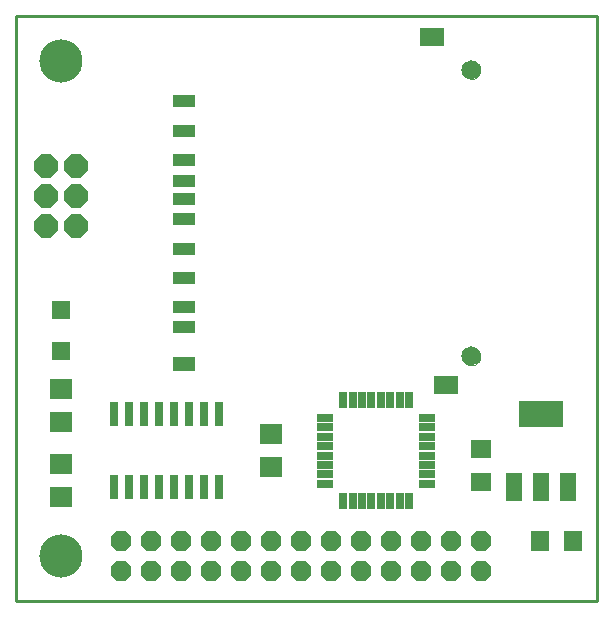
<source format=gts>
G75*
%MOIN*%
%OFA0B0*%
%FSLAX24Y24*%
%IPPOS*%
%LPD*%
%AMOC8*
5,1,8,0,0,1.08239X$1,22.5*
%
%ADD10C,0.0100*%
%ADD11R,0.0520X0.0920*%
%ADD12R,0.1457X0.0906*%
%ADD13R,0.0300X0.0840*%
%ADD14R,0.0260X0.0540*%
%ADD15R,0.0540X0.0260*%
%ADD16R,0.0749X0.0394*%
%ADD17R,0.0827X0.0591*%
%ADD18R,0.0749X0.0473*%
%ADD19C,0.0000*%
%ADD20C,0.0650*%
%ADD21OC8,0.0680*%
%ADD22R,0.0591X0.0670*%
%ADD23R,0.0670X0.0591*%
%ADD24R,0.0749X0.0670*%
%ADD25R,0.0631X0.0631*%
%ADD26C,0.1440*%
%ADD27OC8,0.0780*%
D10*
X011333Y006500D02*
X011333Y025996D01*
X030703Y025996D01*
X030703Y006500D01*
X011333Y006500D01*
D11*
X027923Y010280D03*
X028833Y010280D03*
X029743Y010280D03*
D12*
X028833Y012720D03*
D13*
X018083Y012710D03*
X017583Y012710D03*
X017083Y012710D03*
X016583Y012710D03*
X016083Y012710D03*
X015583Y012710D03*
X015083Y012710D03*
X014583Y012710D03*
X014583Y010290D03*
X015083Y010290D03*
X015583Y010290D03*
X016083Y010290D03*
X016583Y010290D03*
X017083Y010290D03*
X017583Y010290D03*
X018083Y010290D03*
D14*
X022231Y009810D03*
X022546Y009810D03*
X022861Y009810D03*
X023176Y009810D03*
X023491Y009810D03*
X023806Y009810D03*
X024121Y009810D03*
X024436Y009810D03*
X024436Y013190D03*
X024121Y013190D03*
X023806Y013190D03*
X023491Y013190D03*
X023176Y013190D03*
X022861Y013190D03*
X022546Y013190D03*
X022231Y013190D03*
D15*
X021643Y012602D03*
X021643Y012287D03*
X021643Y011972D03*
X021643Y011657D03*
X021643Y011343D03*
X021643Y011028D03*
X021643Y010713D03*
X021643Y010398D03*
X025023Y010398D03*
X025023Y010713D03*
X025023Y011028D03*
X025023Y011343D03*
X025023Y011657D03*
X025023Y011972D03*
X025023Y012287D03*
X025023Y012602D03*
D16*
X016940Y015622D03*
X016940Y016291D03*
X016940Y017244D03*
X016940Y018228D03*
X016940Y019213D03*
X016940Y019902D03*
X016940Y020492D03*
X016940Y021181D03*
X016940Y022165D03*
X016940Y023150D03*
D17*
X025207Y025307D03*
X025660Y013693D03*
D18*
X016940Y014382D03*
D19*
X026202Y014650D02*
X026204Y014685D01*
X026210Y014719D01*
X026220Y014752D01*
X026233Y014785D01*
X026250Y014815D01*
X026271Y014843D01*
X026294Y014869D01*
X026321Y014892D01*
X026349Y014911D01*
X026380Y014927D01*
X026413Y014940D01*
X026446Y014949D01*
X026481Y014954D01*
X026516Y014955D01*
X026550Y014952D01*
X026585Y014945D01*
X026618Y014934D01*
X026649Y014920D01*
X026679Y014902D01*
X026707Y014881D01*
X026732Y014856D01*
X026754Y014829D01*
X026773Y014800D01*
X026788Y014769D01*
X026800Y014736D01*
X026808Y014702D01*
X026812Y014667D01*
X026812Y014633D01*
X026808Y014598D01*
X026800Y014564D01*
X026788Y014531D01*
X026773Y014500D01*
X026754Y014471D01*
X026732Y014444D01*
X026707Y014419D01*
X026679Y014398D01*
X026649Y014380D01*
X026618Y014366D01*
X026585Y014355D01*
X026550Y014348D01*
X026516Y014345D01*
X026481Y014346D01*
X026446Y014351D01*
X026413Y014360D01*
X026380Y014373D01*
X026349Y014389D01*
X026321Y014408D01*
X026294Y014431D01*
X026271Y014457D01*
X026250Y014485D01*
X026233Y014515D01*
X026220Y014548D01*
X026210Y014581D01*
X026204Y014615D01*
X026202Y014650D01*
X026202Y024201D02*
X026204Y024236D01*
X026210Y024270D01*
X026220Y024303D01*
X026233Y024336D01*
X026250Y024366D01*
X026271Y024394D01*
X026294Y024420D01*
X026321Y024443D01*
X026349Y024462D01*
X026380Y024478D01*
X026413Y024491D01*
X026446Y024500D01*
X026481Y024505D01*
X026516Y024506D01*
X026550Y024503D01*
X026585Y024496D01*
X026618Y024485D01*
X026649Y024471D01*
X026679Y024453D01*
X026707Y024432D01*
X026732Y024407D01*
X026754Y024380D01*
X026773Y024351D01*
X026788Y024320D01*
X026800Y024287D01*
X026808Y024253D01*
X026812Y024218D01*
X026812Y024184D01*
X026808Y024149D01*
X026800Y024115D01*
X026788Y024082D01*
X026773Y024051D01*
X026754Y024022D01*
X026732Y023995D01*
X026707Y023970D01*
X026679Y023949D01*
X026649Y023931D01*
X026618Y023917D01*
X026585Y023906D01*
X026550Y023899D01*
X026516Y023896D01*
X026481Y023897D01*
X026446Y023902D01*
X026413Y023911D01*
X026380Y023924D01*
X026349Y023940D01*
X026321Y023959D01*
X026294Y023982D01*
X026271Y024008D01*
X026250Y024036D01*
X026233Y024066D01*
X026220Y024099D01*
X026210Y024132D01*
X026204Y024166D01*
X026202Y024201D01*
D20*
X026507Y024201D03*
X026507Y014650D03*
D21*
X026833Y008500D03*
X025833Y008500D03*
X024833Y008500D03*
X023833Y008500D03*
X022833Y008500D03*
X021833Y008500D03*
X020833Y008500D03*
X019833Y008500D03*
X018833Y008500D03*
X017833Y008500D03*
X016833Y008500D03*
X015833Y008500D03*
X014833Y008500D03*
X014833Y007500D03*
X015833Y007500D03*
X016833Y007500D03*
X017833Y007500D03*
X018833Y007500D03*
X019833Y007500D03*
X020833Y007500D03*
X021833Y007500D03*
X022833Y007500D03*
X023833Y007500D03*
X024833Y007500D03*
X025833Y007500D03*
X026833Y007500D03*
D22*
X028782Y008500D03*
X029885Y008500D03*
D23*
X026833Y010449D03*
X026833Y011551D03*
D24*
X019833Y012051D03*
X019833Y010949D03*
X012833Y011051D03*
X012833Y009949D03*
X012833Y012449D03*
X012833Y013551D03*
D25*
X012833Y014811D03*
X012833Y016189D03*
D26*
X012833Y008000D03*
X012833Y024500D03*
D27*
X012333Y021000D03*
X013333Y021000D03*
X013333Y020000D03*
X012333Y020000D03*
X012333Y019000D03*
X013333Y019000D03*
M02*

</source>
